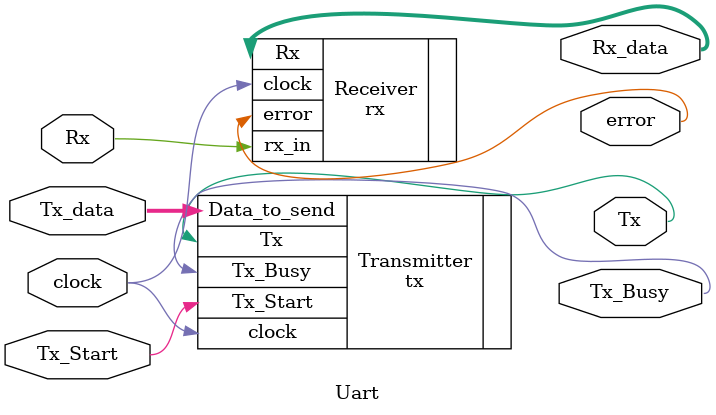
<source format=v>
`timescale 10ns / 1ps
module Uart(input clock, 
				input Rx, 
				input Tx_Start, 
				input [7:0] Tx_data, 
				output wire [7:0] Rx_data, 
				output wire Tx,
				output wire error ,
				output wire Tx_Busy);
	
	
	rx Receiver(	.clock(clock), .rx_in(Rx), .error(error), .Rx(Rx_data));
	tx Transmitter( .Data_to_send(Tx_data), .Tx_Start(Tx_Start),	.clock(clock),	.Tx(Tx), .Tx_Busy(Tx_Busy));


endmodule

</source>
